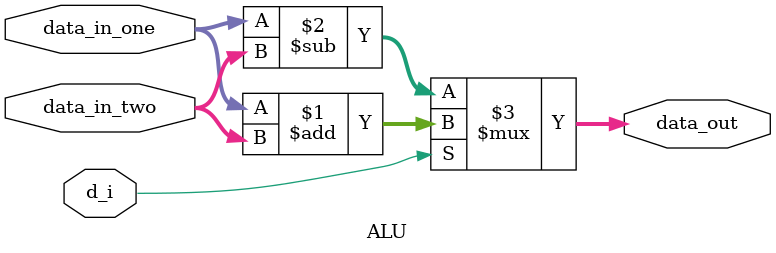
<source format=v>


module ALU (
    input wire signed [31:0] data_in_one,
    input wire d_i,
    input wire signed [31:0] data_in_two,

    output wire signed [31:0] data_out
);
    assign data_out = d_i?(data_in_one + data_in_two):(data_in_one - data_in_two);
endmodule
</source>
